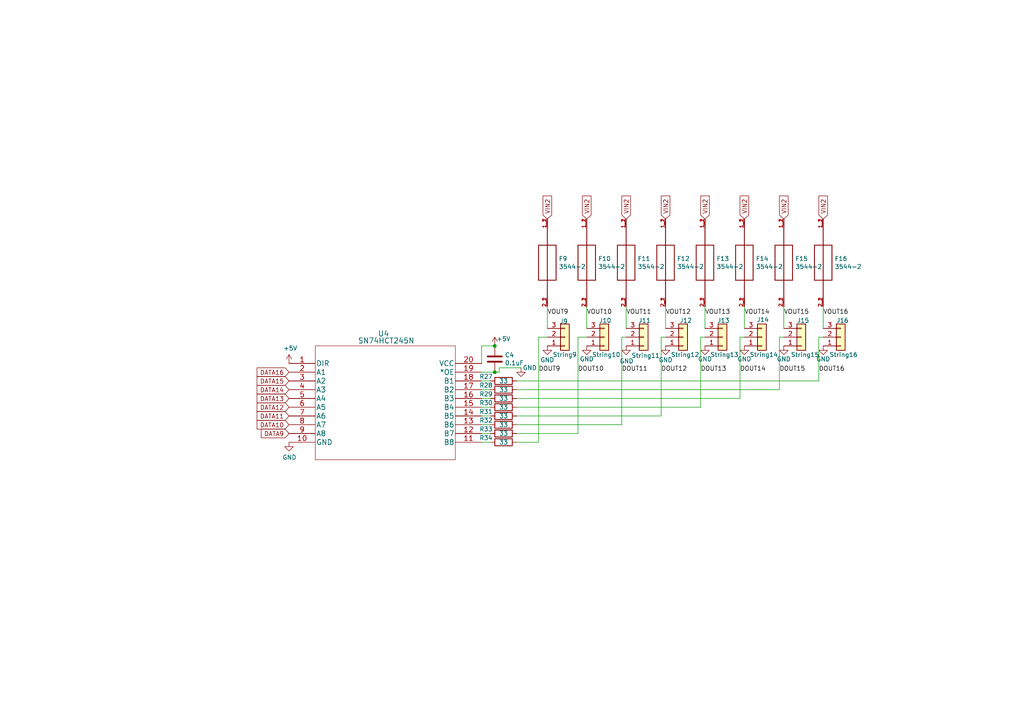
<source format=kicad_sch>
(kicad_sch (version 20211123) (generator eeschema)
  (paper "A4")
  (title_block (title "BBB 16 SMD") (date "2022-08-14") (rev "v2.1") (company "Scott Hanson"))
  (lib_symbols
    (symbol "BBB_16-rescue:3544-2-Keystone_Fuse" (pin_names (offset 1.016) hide)
      (property "Reference" "F" (at -5.08 3.302 0))
      (property "Value" "3544-2-Keystone_Fuse" (at -5.08 -5.08 0))
      (symbol "3544-2-Keystone_Fuse_0_0"
        (polyline (pts (xy -12.7 0) (xy 12.7 0)) (stroke (width 0.254)))
        (polyline (pts (xy -5.08 -2.54) (xy -5.08 2.54)) (stroke (width 0.254)))
        (polyline (pts (xy -5.08 2.54) (xy 5.08 2.54)) (stroke (width 0.254)))
        (polyline (pts (xy 5.08 -2.54) (xy -5.08 -2.54)) (stroke (width 0.254)))
        (polyline (pts (xy 5.08 2.54) (xy 5.08 -2.54)) (stroke (width 0.254)))
        (pin passive line (at -12.7 0 0) (length 2.54) (name "1") (number "1_1"))
        (pin passive line (at -12.7 0 0) (length 2.54) (name "1") (number "1_2"))
        (pin passive line (at 12.7 0 180) (length 2.54) (name "2") (number "2_1"))
        (pin passive line (at 12.7 0 180) (length 2.54) (name "2") (number "2_2"))
      )
    )
    (symbol "BBB_16-rescue:C-Device" (pin_numbers hide) (pin_names (offset 0.254))
      (property "Reference" "C" (at 0.635 2.54 0))
      (property "Value" "C-Device" (at 0.635 -2.54 0))
      (symbol "C-Device_0_1"
        (polyline (pts (xy -2.032 -0.762) (xy 2.032 -0.762)) (stroke (width 0.508)))
        (polyline (pts (xy -2.032 0.762) (xy 2.032 0.762)) (stroke (width 0.508)))
      )
      (symbol "C-Device_1_1"
        (pin passive line (at 0 3.81 270) (length 2.794) (name "~") (number "1"))
        (pin passive line (at 0 -3.81 90) (length 2.794) (name "~") (number "2"))
      )
    )
    (symbol "BBB_16-rescue:SN74HCT245N-SN74HCT245N" (pin_names (offset 0.254))
      (property "Reference" "U" (at 27.94 10.16 0))
      (property "Value" "SN74HCT245N-SN74HCT245N" (at 27.94 7.62 0))
      (symbol "SN74HCT245N-SN74HCT245N_1_0"
        (polyline (pts (xy 7.62 -27.94) (xy 48.26 -27.94)) (stroke (width 0.127)))
        (polyline (pts (xy 7.62 5.08) (xy 7.62 -27.94)) (stroke (width 0.127)))
        (polyline (pts (xy 48.26 -27.94) (xy 48.26 5.08)) (stroke (width 0.127)))
        (polyline (pts (xy 48.26 5.08) (xy 7.62 5.08)) (stroke (width 0.127)))
        (pin input line (at 0 0 0) (length 7.62) (name "DIR") (number "1"))
        (pin power_in line (at 0 -22.86 0) (length 7.62) (name "GND") (number "10"))
        (pin bidirectional line (at 55.88 -22.86 180) (length 7.62) (name "B8") (number "11"))
        (pin bidirectional line (at 55.88 -20.32 180) (length 7.62) (name "B7") (number "12"))
        (pin bidirectional line (at 55.88 -17.78 180) (length 7.62) (name "B6") (number "13"))
        (pin bidirectional line (at 55.88 -15.24 180) (length 7.62) (name "B5") (number "14"))
        (pin bidirectional line (at 55.88 -12.7 180) (length 7.62) (name "B4") (number "15"))
        (pin bidirectional line (at 55.88 -10.16 180) (length 7.62) (name "B3") (number "16"))
        (pin bidirectional line (at 55.88 -7.62 180) (length 7.62) (name "B2") (number "17"))
        (pin bidirectional line (at 55.88 -5.08 180) (length 7.62) (name "B1") (number "18"))
        (pin input line (at 55.88 -2.54 180) (length 7.62) (name "*OE") (number "19"))
        (pin bidirectional line (at 0 -2.54 0) (length 7.62) (name "A1") (number "2"))
        (pin power_in line (at 55.88 0 180) (length 7.62) (name "VCC") (number "20"))
        (pin bidirectional line (at 0 -5.08 0) (length 7.62) (name "A2") (number "3"))
        (pin bidirectional line (at 0 -7.62 0) (length 7.62) (name "A3") (number "4"))
        (pin bidirectional line (at 0 -10.16 0) (length 7.62) (name "A4") (number "5"))
        (pin bidirectional line (at 0 -12.7 0) (length 7.62) (name "A5") (number "6"))
        (pin bidirectional line (at 0 -15.24 0) (length 7.62) (name "A6") (number "7"))
        (pin bidirectional line (at 0 -17.78 0) (length 7.62) (name "A7") (number "8"))
        (pin bidirectional line (at 0 -20.32 0) (length 7.62) (name "A8") (number "9"))
      )
    )
    (symbol "Connector_Generic:Conn_01x03" (pin_names (offset 1.016) hide)
      (property "Reference" "J" (at 0 5.08 0))
      (property "Value" "Conn_01x03" (at 0 -5.08 0))
      (symbol "Conn_01x03_1_1"
        (rectangle (start -1.27 -2.413) (end 0 -2.667) (stroke (width 0.1524)))
        (rectangle (start -1.27 0.127) (end 0 -0.127) (stroke (width 0.1524)))
        (rectangle (start -1.27 2.667) (end 0 2.413) (stroke (width 0.1524)))
        (rectangle (start -1.27 3.81) (end 1.27 -3.81) (stroke (width 0.254)) (fill (type background)))
        (pin passive line (at -5.08 2.54 0) (length 3.81) (name "Pin_1") (number "1"))
        (pin passive line (at -5.08 0 0) (length 3.81) (name "Pin_2") (number "2"))
        (pin passive line (at -5.08 -2.54 0) (length 3.81) (name "Pin_3") (number "3"))
      )
    )
    (symbol "Device:R" (pin_numbers hide) (pin_names (offset 0))
      (property "Reference" "R" (at 2.032 0 90))
      (property "Value" "R" (at 0 0 90))
      (symbol "R_0_1"
        (rectangle (start -1.016 -2.54) (end 1.016 2.54) (stroke (width 0.254)))
      )
      (symbol "R_1_1"
        (pin passive line (at 0 3.81 270) (length 1.27) (name "~") (number "1"))
        (pin passive line (at 0 -3.81 90) (length 1.27) (name "~") (number "2"))
      )
    )
    (symbol "power:+5V" (power) (pin_names (offset 0))
      (property "Value" "+5V" (at 0 3.556 0))
      (symbol "+5V_0_1"
        (polyline (pts (xy -0.762 1.27) (xy 0 2.54)))
        (polyline (pts (xy 0 0) (xy 0 2.54)))
        (polyline (pts (xy 0 2.54) (xy 0.762 1.27)))
      )
      (symbol "+5V_1_1"
        (pin power_in line (at 0 0 90) (length 0) hide (name "+5V") (number "1"))
      )
    )
    (symbol "power:GND" (power) (pin_names (offset 0))
      (property "Value" "GND" (at 0 -3.81 0))
      (symbol "GND_0_1"
        (polyline (pts (xy 0 0) (xy 0 -1.27) (xy 1.27 -1.27) (xy 0 -2.54) (xy -1.27 -1.27) (xy 0 -1.27)))
      )
      (symbol "GND_1_1"
        (pin power_in line (at 0 0 270) (length 0) hide (name "GND") (number "1"))
      )
    )
  )
  (junction (at 143.51 100.33))
  (junction (at 143.51 107.95))
  (wire (pts (xy 214.63 97.79) (xy 215.9 97.79)))
  (wire (pts (xy 158.75 88.9) (xy 158.75 95.25)))
  (wire (pts (xy 170.18 88.9) (xy 170.18 95.25)))
  (wire (pts (xy 139.7 123.19) (xy 142.24 123.19)))
  (wire (pts (xy 167.64 97.79) (xy 167.64 125.73)))
  (wire (pts (xy 139.7 110.49) (xy 142.24 110.49)))
  (wire (pts (xy 143.51 100.33) (xy 139.7 100.33)))
  (wire (pts (xy 226.06 113.03) (xy 149.86 113.03)))
  (wire (pts (xy 139.7 113.03) (xy 142.24 113.03)))
  (wire (pts (xy 139.7 100.33) (xy 139.7 105.41)))
  (wire (pts (xy 226.06 97.79) (xy 226.06 113.03)))
  (wire (pts (xy 167.64 125.73) (xy 149.86 125.73)))
  (wire (pts (xy 227.33 97.79) (xy 226.06 97.79)))
  (wire (pts (xy 139.7 120.65) (xy 142.24 120.65)))
  (wire (pts (xy 203.2 118.11) (xy 149.86 118.11)))
  (wire (pts (xy 139.7 128.27) (xy 142.24 128.27)))
  (wire (pts (xy 203.2 97.79) (xy 203.2 118.11)))
  (wire (pts (xy 191.77 97.79) (xy 191.77 120.65)))
  (wire (pts (xy 158.75 97.79) (xy 156.21 97.79)))
  (wire (pts (xy 237.49 110.49) (xy 237.49 97.79)))
  (wire (pts (xy 215.9 88.9) (xy 215.9 95.25)))
  (wire (pts (xy 181.61 88.9) (xy 181.61 95.25)))
  (wire (pts (xy 237.49 97.79) (xy 238.76 97.79)))
  (wire (pts (xy 139.7 118.11) (xy 142.24 118.11)))
  (wire (pts (xy 151.13 106.68) (xy 144.78 106.68)))
  (wire (pts (xy 204.47 88.9) (xy 204.47 95.25)))
  (wire (pts (xy 193.04 97.79) (xy 191.77 97.79)))
  (wire (pts (xy 156.21 97.79) (xy 156.21 128.27)))
  (wire (pts (xy 144.78 107.95) (xy 143.51 107.95)))
  (wire (pts (xy 149.86 110.49) (xy 237.49 110.49)))
  (wire (pts (xy 149.86 123.19) (xy 180.34 123.19)))
  (wire (pts (xy 170.18 97.79) (xy 167.64 97.79)))
  (wire (pts (xy 149.86 115.57) (xy 214.63 115.57)))
  (wire (pts (xy 139.7 115.57) (xy 142.24 115.57)))
  (wire (pts (xy 180.34 123.19) (xy 180.34 97.79)))
  (wire (pts (xy 193.04 88.9) (xy 193.04 95.25)))
  (wire (pts (xy 180.34 97.79) (xy 181.61 97.79)))
  (wire (pts (xy 156.21 128.27) (xy 149.86 128.27)))
  (wire (pts (xy 214.63 115.57) (xy 214.63 97.79)))
  (wire (pts (xy 238.76 88.9) (xy 238.76 95.25)))
  (wire (pts (xy 227.33 88.9) (xy 227.33 95.25)))
  (wire (pts (xy 143.51 107.95) (xy 139.7 107.95)))
  (wire (pts (xy 144.78 106.68) (xy 144.78 107.95)))
  (wire (pts (xy 191.77 120.65) (xy 149.86 120.65)))
  (wire (pts (xy 139.7 125.73) (xy 142.24 125.73)))
  (wire (pts (xy 204.47 97.79) (xy 203.2 97.79)))
  (label "DOUT9" (at 156.21 107.95 0))
  (label "VOUT16" (at 238.76 91.44 0))
  (label "VOUT15" (at 227.33 91.44 0))
  (label "DOUT15" (at 226.06 107.95 0))
  (label "VOUT12" (at 193.04 91.44 0))
  (label "DOUT12" (at 191.77 107.95 0))
  (label "DOUT16" (at 237.49 107.95 0))
  (label "DOUT14" (at 214.63 107.95 0))
  (label "DOUT13" (at 203.2 107.95 0))
  (label "DOUT10" (at 167.64 107.95 0))
  (label "VOUT14" (at 215.9 91.44 0))
  (label "VOUT13" (at 204.47 91.44 0))
  (label "VOUT9" (at 158.75 91.44 0))
  (label "VOUT11" (at 181.61 91.44 0))
  (label "DOUT11" (at 180.34 107.95 0))
  (label "VOUT10" (at 170.18 91.44 0))
  (global_label "DATA13" (shape input) (at 83.82 115.57 180) (property "Intersheet References" "${INTERSHEET_REFS}" (effects hide)))
  (global_label "DATA11" (shape input) (at 83.82 120.65 180) (property "Intersheet References" "${INTERSHEET_REFS}" (effects hide)))
  (global_label "DATA16" (shape input) (at 83.82 107.95 180) (property "Intersheet References" "${INTERSHEET_REFS}" (effects hide)))
  (global_label "VIN2" (shape input) (at 227.33 63.5 90) (property "Intersheet References" "${INTERSHEET_REFS}" (effects hide)))
  (global_label "DATA10" (shape input) (at 83.82 123.19 180) (property "Intersheet References" "${INTERSHEET_REFS}" (effects hide)))
  (global_label "VIN2" (shape input) (at 193.04 63.5 90) (property "Intersheet References" "${INTERSHEET_REFS}" (effects hide)))
  (global_label "DATA14" (shape input) (at 83.82 113.03 180) (property "Intersheet References" "${INTERSHEET_REFS}" (effects hide)))
  (global_label "DATA12" (shape input) (at 83.82 118.11 180) (property "Intersheet References" "${INTERSHEET_REFS}" (effects hide)))
  (global_label "VIN2" (shape input) (at 215.9 63.5 90) (property "Intersheet References" "${INTERSHEET_REFS}" (effects hide)))
  (global_label "VIN2" (shape input) (at 158.75 63.5 90) (property "Intersheet References" "${INTERSHEET_REFS}" (effects hide)))
  (global_label "DATA9" (shape input) (at 83.82 125.73 180) (property "Intersheet References" "${INTERSHEET_REFS}" (effects hide)))
  (global_label "VIN2" (shape input) (at 181.61 63.5 90) (property "Intersheet References" "${INTERSHEET_REFS}" (effects hide)))
  (global_label "VIN2" (shape input) (at 170.18 63.5 90) (property "Intersheet References" "${INTERSHEET_REFS}" (effects hide)))
  (global_label "DATA15" (shape input) (at 83.82 110.49 180) (property "Intersheet References" "${INTERSHEET_REFS}" (effects hide)))
  (global_label "VIN2" (shape input) (at 238.76 63.5 90) (property "Intersheet References" "${INTERSHEET_REFS}" (effects hide)))
  (global_label "VIN2" (shape input) (at 204.47 63.5 90) (property "Intersheet References" "${INTERSHEET_REFS}" (effects hide)))
  (symbol (lib_id "Connector_Generic:Conn_01x03") (at 163.83 97.79 0) (mirror x) (unit 1)
    (property "Reference" "J9" (at 162.306 93.218 0) (effects (justify left)))
    (property "Value" "String9" (at 160.274 102.87 0) (effects (justify left)))
    (property "Footprint" "Scotts:PhoenixContact_MCV_3.81mm_3.5mm_1x03_Vertical" (effects hide))
    (property "Digi-Key_PN" "277-5737-ND/ED10555-ND" (effects hide))
    (property "MPN" "1843619/OSTTJ0311530" (effects hide))
    (property "LCSC" "C192778" (effects hide))
  )
  (symbol (lib_id "Connector_Generic:Conn_01x03") (at 175.26 97.79 0) (mirror x) (unit 1)
    (property "Reference" "J10" (at 173.736 92.964 0) (effects (justify left)))
    (property "Value" "String10" (at 171.704 102.87 0) (effects (justify left)))
    (property "Footprint" "Scotts:PhoenixContact_MCV_3.81mm_3.5mm_1x03_Vertical" (effects hide))
    (property "Digi-Key_PN" "277-5737-ND/ED10555-ND" (effects hide))
    (property "MPN" "1843619/OSTTJ0311530" (effects hide))
    (property "LCSC" "C192778" (effects hide))
  )
  (symbol (lib_id "Connector_Generic:Conn_01x03") (at 186.69 97.79 0) (mirror x) (unit 1)
    (property "Reference" "J11" (at 185.166 92.964 0) (effects (justify left)))
    (property "Value" "String11" (at 183.134 103.124 0) (effects (justify left)))
    (property "Footprint" "Scotts:PhoenixContact_MCV_3.81mm_3.5mm_1x03_Vertical" (effects hide))
    (property "Digi-Key_PN" "277-5737-ND/ED10555-ND" (effects hide))
    (property "MPN" "1843619/OSTTJ0311530" (effects hide))
    (property "LCSC" "C192778" (effects hide))
  )
  (symbol (lib_id "Connector_Generic:Conn_01x03") (at 198.12 97.79 0) (mirror x) (unit 1)
    (property "Reference" "J12" (at 197.104 92.964 0) (effects (justify left)))
    (property "Value" "String12" (at 194.564 102.87 0) (effects (justify left)))
    (property "Footprint" "Scotts:PhoenixContact_MCV_3.81mm_3.5mm_1x03_Vertical" (effects hide))
    (property "Digi-Key_PN" "277-5737-ND/ED10555-ND" (effects hide))
    (property "MPN" "1843619/OSTTJ0311530" (effects hide))
    (property "LCSC" "C192778" (effects hide))
  )
  (symbol (lib_id "Connector_Generic:Conn_01x03") (at 209.55 97.79 0) (mirror x) (unit 1)
    (property "Reference" "J13" (at 208.026 92.964 0) (effects (justify left)))
    (property "Value" "String13" (at 205.994 102.87 0) (effects (justify left)))
    (property "Footprint" "Scotts:PhoenixContact_MCV_3.81mm_3.5mm_1x03_Vertical" (effects hide))
    (property "Digi-Key_PN" "277-5737-ND/ED10555-ND" (effects hide))
    (property "MPN" "1843619/OSTTJ0311530" (effects hide))
    (property "LCSC" "C192778" (effects hide))
  )
  (symbol (lib_id "Connector_Generic:Conn_01x03") (at 220.98 97.79 0) (mirror x) (unit 1)
    (property "Reference" "J14" (at 219.456 92.71 0) (effects (justify left)))
    (property "Value" "String14" (at 217.424 102.87 0) (effects (justify left)))
    (property "Footprint" "Scotts:PhoenixContact_MCV_3.81mm_3.5mm_1x03_Vertical" (effects hide))
    (property "Digi-Key_PN" "277-5737-ND/ED10555-ND" (effects hide))
    (property "MPN" "1843619/OSTTJ0311530" (effects hide))
    (property "LCSC" "C192778" (effects hide))
  )
  (symbol (lib_id "Connector_Generic:Conn_01x03") (at 232.41 97.79 0) (mirror x) (unit 1)
    (property "Reference" "J15" (at 231.14 92.964 0) (effects (justify left)))
    (property "Value" "String15" (at 229.362 102.87 0) (effects (justify left)))
    (property "Footprint" "Scotts:PhoenixContact_MCV_3.81mm_3.5mm_1x03_Vertical" (effects hide))
    (property "Digi-Key_PN" "277-5737-ND/ED10555-ND" (effects hide))
    (property "MPN" "1843619/OSTTJ0311530" (effects hide))
    (property "LCSC" "C192778" (effects hide))
  )
  (symbol (lib_id "Connector_Generic:Conn_01x03") (at 243.84 97.79 0) (mirror x) (unit 1)
    (property "Reference" "J16" (at 242.57 92.964 0) (effects (justify left)))
    (property "Value" "String16" (at 240.538 102.87 0) (effects (justify left)))
    (property "Footprint" "Scotts:PhoenixContact_MCV_3.81mm_3.5mm_1x03_Vertical" (effects hide))
    (property "Digi-Key_PN" "277-5737-ND/ED10555-ND" (effects hide))
    (property "MPN" "1843619/OSTTJ0311530" (effects hide))
    (property "LCSC" "C192778" (effects hide))
  )
  (symbol (lib_id "power:GND") (at 158.75 100.33 0) (unit 1)
    (property "Reference" "#PWR024" (effects hide))
    (property "Value" "GND" (at 158.75 104.394 0))
  )
  (symbol (lib_id "power:GND") (at 170.18 100.33 0) (unit 1)
    (property "Reference" "#PWR025" (effects hide))
    (property "Value" "GND" (at 170.18 104.14 0))
  )
  (symbol (lib_id "power:GND") (at 181.61 100.33 0) (unit 1)
    (property "Reference" "#PWR026" (effects hide))
    (property "Value" "GND" (at 181.737 104.7242 0))
  )
  (symbol (lib_id "power:GND") (at 193.04 100.33 0) (unit 1)
    (property "Reference" "#PWR027" (effects hide))
    (property "Value" "GND" (at 193.04 104.394 0))
  )
  (symbol (lib_id "power:GND") (at 204.47 100.33 0) (unit 1)
    (property "Reference" "#PWR028" (effects hide))
    (property "Value" "GND" (at 204.47 104.14 0))
  )
  (symbol (lib_id "power:GND") (at 215.9 100.33 0) (unit 1)
    (property "Reference" "#PWR029" (effects hide))
    (property "Value" "GND" (at 215.9 104.14 0))
  )
  (symbol (lib_id "power:GND") (at 227.33 100.33 0) (unit 1)
    (property "Reference" "#PWR030" (effects hide))
    (property "Value" "GND" (at 227.33 104.14 0))
  )
  (symbol (lib_id "power:GND") (at 238.76 100.33 0) (unit 1)
    (property "Reference" "#PWR031" (effects hide))
    (property "Value" "GND" (at 238.76 104.14 0))
  )
  (symbol (lib_id "BBB_16-rescue:3544-2-Keystone_Fuse") (at 170.18 76.2 270) (unit 1)
    (property "Reference" "F10" (at 173.482 75.0316 90) (effects (justify left)))
    (property "Value" "3544-2" (at 173.482 77.343 90) (effects (justify left)))
    (property "Footprint" "Keystone_Fuse:FUSE_3544-2" (effects hide))
    (property "Field4" "3544-2" (effects hide))
    (property "Field5" "None" (effects hide))
    (property "Field6" "Unavailable" (effects hide))
    (property "Field7" "Fuse Clip; 500 VAC; 30 A; PCB; For 0.110 in. x 0.032 in. mini blade fuses" (effects hide))
    (property "Field8" "Keystone Electronics" (effects hide))
    (property "Digi-Key_PN" "36-3544-2-ND" (effects hide))
    (property "MPN" "3544-2" (effects hide))
    (property "LCSC" "C492610" (effects hide))
  )
  (symbol (lib_id "BBB_16-rescue:3544-2-Keystone_Fuse") (at 181.61 76.2 270) (unit 1)
    (property "Reference" "F11" (at 184.912 75.0316 90) (effects (justify left)))
    (property "Value" "3544-2" (at 184.912 77.343 90) (effects (justify left)))
    (property "Footprint" "Keystone_Fuse:FUSE_3544-2" (effects hide))
    (property "Field4" "3544-2" (effects hide))
    (property "Field5" "None" (effects hide))
    (property "Field6" "Unavailable" (effects hide))
    (property "Field7" "Fuse Clip; 500 VAC; 30 A; PCB; For 0.110 in. x 0.032 in. mini blade fuses" (effects hide))
    (property "Field8" "Keystone Electronics" (effects hide))
    (property "Digi-Key_PN" "36-3544-2-ND" (effects hide))
    (property "MPN" "3544-2" (effects hide))
    (property "LCSC" "C492610" (effects hide))
  )
  (symbol (lib_id "BBB_16-rescue:3544-2-Keystone_Fuse") (at 193.04 76.2 270) (unit 1)
    (property "Reference" "F12" (at 196.342 75.0316 90) (effects (justify left)))
    (property "Value" "3544-2" (at 196.342 77.343 90) (effects (justify left)))
    (property "Footprint" "Keystone_Fuse:FUSE_3544-2" (effects hide))
    (property "Field4" "3544-2" (effects hide))
    (property "Field5" "None" (effects hide))
    (property "Field6" "Unavailable" (effects hide))
    (property "Field7" "Fuse Clip; 500 VAC; 30 A; PCB; For 0.110 in. x 0.032 in. mini blade fuses" (effects hide))
    (property "Field8" "Keystone Electronics" (effects hide))
    (property "Digi-Key_PN" "36-3544-2-ND" (effects hide))
    (property "MPN" "3544-2" (effects hide))
    (property "LCSC" "C492610" (effects hide))
  )
  (symbol (lib_id "BBB_16-rescue:3544-2-Keystone_Fuse") (at 204.47 76.2 270) (unit 1)
    (property "Reference" "F13" (at 207.772 75.0316 90) (effects (justify left)))
    (property "Value" "3544-2" (at 207.772 77.343 90) (effects (justify left)))
    (property "Footprint" "Keystone_Fuse:FUSE_3544-2" (effects hide))
    (property "Field4" "3544-2" (effects hide))
    (property "Field5" "None" (effects hide))
    (property "Field6" "Unavailable" (effects hide))
    (property "Field7" "Fuse Clip; 500 VAC; 30 A; PCB; For 0.110 in. x 0.032 in. mini blade fuses" (effects hide))
    (property "Field8" "Keystone Electronics" (effects hide))
    (property "Digi-Key_PN" "36-3544-2-ND" (effects hide))
    (property "MPN" "3544-2" (effects hide))
    (property "LCSC" "C492610" (effects hide))
  )
  (symbol (lib_id "BBB_16-rescue:3544-2-Keystone_Fuse") (at 215.9 76.2 270) (unit 1)
    (property "Reference" "F14" (at 219.202 75.0316 90) (effects (justify left)))
    (property "Value" "3544-2" (at 219.202 77.343 90) (effects (justify left)))
    (property "Footprint" "Keystone_Fuse:FUSE_3544-2" (effects hide))
    (property "Field4" "3544-2" (effects hide))
    (property "Field5" "None" (effects hide))
    (property "Field6" "Unavailable" (effects hide))
    (property "Field7" "Fuse Clip; 500 VAC; 30 A; PCB; For 0.110 in. x 0.032 in. mini blade fuses" (effects hide))
    (property "Field8" "Keystone Electronics" (effects hide))
    (property "Digi-Key_PN" "36-3544-2-ND" (effects hide))
    (property "MPN" "3544-2" (effects hide))
    (property "LCSC" "C492610" (effects hide))
  )
  (symbol (lib_id "BBB_16-rescue:3544-2-Keystone_Fuse") (at 227.33 76.2 270) (unit 1)
    (property "Reference" "F15" (at 230.632 75.0316 90) (effects (justify left)))
    (property "Value" "3544-2" (at 230.632 77.343 90) (effects (justify left)))
    (property "Footprint" "Keystone_Fuse:FUSE_3544-2" (effects hide))
    (property "Field4" "3544-2" (effects hide))
    (property "Field5" "None" (effects hide))
    (property "Field6" "Unavailable" (effects hide))
    (property "Field7" "Fuse Clip; 500 VAC; 30 A; PCB; For 0.110 in. x 0.032 in. mini blade fuses" (effects hide))
    (property "Field8" "Keystone Electronics" (effects hide))
    (property "Digi-Key_PN" "36-3544-2-ND" (effects hide))
    (property "MPN" "3544-2" (effects hide))
    (property "LCSC" "C492610" (effects hide))
  )
  (symbol (lib_id "BBB_16-rescue:3544-2-Keystone_Fuse") (at 238.76 76.2 270) (unit 1)
    (property "Reference" "F16" (at 242.062 75.0316 90) (effects (justify left)))
    (property "Value" "3544-2" (at 242.062 77.343 90) (effects (justify left)))
    (property "Footprint" "Keystone_Fuse:FUSE_3544-2" (effects hide))
    (property "Field4" "3544-2" (effects hide))
    (property "Field5" "None" (effects hide))
    (property "Field6" "Unavailable" (effects hide))
    (property "Field7" "Fuse Clip; 500 VAC; 30 A; PCB; For 0.110 in. x 0.032 in. mini blade fuses" (effects hide))
    (property "Field8" "Keystone Electronics" (effects hide))
    (property "Digi-Key_PN" "36-3544-2-ND" (effects hide))
    (property "MPN" "3544-2" (effects hide))
    (property "LCSC" "C492610" (effects hide))
  )
  (symbol (lib_id "power:GND") (at 151.13 106.68 0) (unit 1)
    (property "Reference" "#PWR023" (effects hide))
    (property "Value" "GND" (at 153.67 106.68 0))
  )
  (symbol (lib_id "power:+5V") (at 83.82 105.41 0) (unit 1)
    (property "Reference" "#PWR020" (effects hide))
    (property "Value" "+5V" (at 84.201 101.0158 0))
  )
  (symbol (lib_id "power:GND") (at 83.82 128.27 0) (unit 1)
    (property "Reference" "#PWR021" (effects hide))
    (property "Value" "GND" (at 83.947 132.6642 0))
  )
  (symbol (lib_id "BBB_16-rescue:C-Device") (at 143.51 104.14 0) (unit 1)
    (property "Reference" "C4" (at 146.431 102.9716 0) (effects (justify left)))
    (property "Value" "0.1uF" (at 146.431 105.283 0) (effects (justify left)))
    (property "Footprint" "Capacitor_SMD:C_0603_1608Metric_Pad1.08x0.95mm_HandSolder" (effects hide))
    (property "Digi-Key_PN" "1276-1935-2-ND" (effects hide))
    (property "MPN" "CL10B104KB8NNWC" (effects hide))
    (property "LCSC" "C14663" (effects hide))
  )
  (symbol (lib_id "power:+5V") (at 143.51 100.33 0) (unit 1)
    (property "Reference" "#PWR022" (effects hide))
    (property "Value" "+5V" (at 146.05 98.298 0))
  )
  (symbol (lib_id "BBB_16-rescue:SN74HCT245N-SN74HCT245N") (at 83.82 105.41 0) (unit 1)
    (property "Reference" "U4" (at 111.252 96.774 0) (effects (font (size 1.524 1.524))))
    (property "Value" "SN74HCT245N" (at 112.014 98.806 0) (effects (font (size 1.524 1.524))))
    (property "Footprint" "SN74HCT245NSR:SN74HCT245NSR" (effects hide))
    (property "Digi-Key_PN" "296-8279-1-ND" (effects hide))
    (property "MPN" "SN74HC245PWR" (effects hide))
    (property "LCSC" "C133641" (effects hide))
  )
  (symbol (lib_id "BBB_16-rescue:3544-2-Keystone_Fuse") (at 158.75 76.2 270) (unit 1)
    (property "Reference" "F9" (at 162.052 75.0316 90) (effects (justify left)))
    (property "Value" "3544-2" (at 162.052 77.343 90) (effects (justify left)))
    (property "Footprint" "Keystone_Fuse:FUSE_3544-2" (effects hide))
    (property "Field4" "3544-2" (effects hide))
    (property "Field5" "None" (effects hide))
    (property "Field6" "Unavailable" (effects hide))
    (property "Field7" "Fuse Clip; 500 VAC; 30 A; PCB; For 0.110 in. x 0.032 in. mini blade fuses" (effects hide))
    (property "Field8" "Keystone Electronics" (effects hide))
    (property "Digi-Key_PN" "36-3544-2-ND" (effects hide))
    (property "MPN" "3544-2" (effects hide))
    (property "LCSC" "C492610" (effects hide))
  )
  (symbol (lib_id "Device:R") (at 146.05 128.27 90) (unit 1)
    (property "Reference" "R34" (at 140.97 127 90))
    (property "Value" "33" (at 146.05 128.27 90))
    (property "Footprint" "Resistor_SMD:R_0603_1608Metric_Pad0.98x0.95mm_HandSolder" (effects hide))
    (property "LCSC" "C23140" (effects hide))
    (property "Digi-Key_PN" "2571-CN34J330CTTR-ND" (effects hide))
    (property "MPN" "CN34J330CT" (effects hide))
  )
  (symbol (lib_id "Device:R") (at 146.05 125.73 90) (unit 1)
    (property "Reference" "R33" (at 140.97 124.46 90))
    (property "Value" "33" (at 146.05 125.73 90))
    (property "Footprint" "Resistor_SMD:R_0603_1608Metric_Pad0.98x0.95mm_HandSolder" (effects hide))
    (property "LCSC" "C23140" (effects hide))
    (property "Digi-Key_PN" "2571-CN34J330CTTR-ND" (effects hide))
    (property "MPN" "CN34J330CT" (effects hide))
  )
  (symbol (lib_id "Device:R") (at 146.05 118.11 90) (unit 1)
    (property "Reference" "R30" (at 140.97 116.84 90))
    (property "Value" "33" (at 146.05 118.11 90))
    (property "Footprint" "Resistor_SMD:R_0603_1608Metric_Pad0.98x0.95mm_HandSolder" (effects hide))
    (property "LCSC" "C23140" (effects hide))
    (property "Digi-Key_PN" "2571-CN34J330CTTR-ND" (effects hide))
    (property "MPN" "CN34J330CT" (effects hide))
  )
  (symbol (lib_id "Device:R") (at 146.05 120.65 90) (unit 1)
    (property "Reference" "R31" (at 140.97 119.38 90))
    (property "Value" "33" (at 146.05 120.65 90))
    (property "Footprint" "Resistor_SMD:R_0603_1608Metric_Pad0.98x0.95mm_HandSolder" (effects hide))
    (property "LCSC" "C23140" (effects hide))
    (property "Digi-Key_PN" "2571-CN34J330CTTR-ND" (effects hide))
    (property "MPN" "CN34J330CT" (effects hide))
  )
  (symbol (lib_id "Device:R") (at 146.05 113.03 90) (unit 1)
    (property "Reference" "R28" (at 140.97 111.76 90))
    (property "Value" "33" (at 146.05 113.03 90))
    (property "Footprint" "Resistor_SMD:R_0603_1608Metric_Pad0.98x0.95mm_HandSolder" (effects hide))
    (property "LCSC" "C23140" (effects hide))
    (property "Digi-Key_PN" "2571-CN34J330CTTR-ND" (effects hide))
    (property "MPN" "CN34J330CT" (effects hide))
  )
  (symbol (lib_id "Device:R") (at 146.05 115.57 90) (unit 1)
    (property "Reference" "R29" (at 140.97 114.3 90))
    (property "Value" "33" (at 146.05 115.57 90))
    (property "Footprint" "Resistor_SMD:R_0603_1608Metric_Pad0.98x0.95mm_HandSolder" (effects hide))
    (property "LCSC" "C23140" (effects hide))
    (property "Digi-Key_PN" "2571-CN34J330CTTR-ND" (effects hide))
    (property "MPN" "CN34J330CT" (effects hide))
  )
  (symbol (lib_id "Device:R") (at 146.05 110.49 90) (unit 1)
    (property "Reference" "R27" (at 140.97 109.22 90))
    (property "Value" "33" (at 146.05 110.49 90))
    (property "Footprint" "Resistor_SMD:R_0603_1608Metric_Pad0.98x0.95mm_HandSolder" (effects hide))
    (property "LCSC" "C23140" (effects hide))
    (property "Digi-Key_PN" "2571-CN34J330CTTR-ND" (effects hide))
    (property "MPN" "CN34J330CT" (effects hide))
  )
  (symbol (lib_id "Device:R") (at 146.05 123.19 90) (unit 1)
    (property "Reference" "R32" (at 140.97 121.92 90))
    (property "Value" "33" (at 146.05 123.19 90))
    (property "Footprint" "Resistor_SMD:R_0603_1608Metric_Pad0.98x0.95mm_HandSolder" (effects hide))
    (property "LCSC" "C23140" (effects hide))
    (property "Digi-Key_PN" "2571-CN34J330CTTR-ND" (effects hide))
    (property "MPN" "CN34J330CT" (effects hide))
  )
)
</source>
